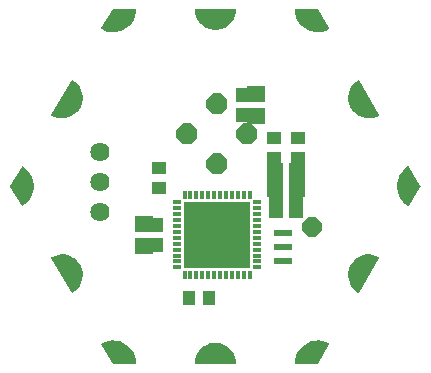
<source format=gbr>
G04 EAGLE Gerber RS-274X export*
G75*
%MOMM*%
%FSLAX34Y34*%
%LPD*%
%INSoldermask Bottom*%
%IPPOS*%
%AMOC8*
5,1,8,0,0,1.08239X$1,22.5*%
G01*
%ADD10C,1.101600*%
%ADD11P,1.924489X8X292.500000*%
%ADD12R,1.601600X1.401600*%
%ADD13R,1.101600X1.201600*%
%ADD14R,1.201600X1.101600*%
%ADD15R,1.501597X0.501600*%
%ADD16R,0.651600X0.398781*%
%ADD17R,0.398781X0.651600*%
%ADD18R,5.701600X5.701600*%
%ADD19P,1.759533X8X22.500000*%
%ADD20R,1.401600X1.601600*%
%ADD21C,1.625600*%

G36*
X16929Y-223D02*
X16929Y-223D01*
X16958Y-226D01*
X17025Y-204D01*
X17095Y-190D01*
X17119Y-173D01*
X17147Y-164D01*
X17200Y-117D01*
X17259Y-77D01*
X17275Y-53D01*
X17297Y-33D01*
X17328Y31D01*
X17366Y90D01*
X17371Y119D01*
X17383Y145D01*
X17392Y245D01*
X17399Y287D01*
X17396Y297D01*
X17398Y311D01*
X17166Y3109D01*
X17156Y3143D01*
X17152Y3191D01*
X16463Y5912D01*
X16448Y5944D01*
X16436Y5990D01*
X15308Y8562D01*
X15288Y8590D01*
X15269Y8634D01*
X13733Y10985D01*
X13709Y11009D01*
X13683Y11050D01*
X11781Y13115D01*
X11753Y13136D01*
X11720Y13171D01*
X9505Y14896D01*
X9474Y14911D01*
X9436Y14941D01*
X6966Y16277D01*
X6933Y16287D01*
X6891Y16310D01*
X5705Y16718D01*
X4251Y17217D01*
X4235Y17222D01*
X4201Y17227D01*
X4155Y17242D01*
X1386Y17704D01*
X1351Y17703D01*
X1304Y17711D01*
X-1504Y17711D01*
X-1538Y17704D01*
X-1586Y17704D01*
X-4355Y17242D01*
X-4388Y17230D01*
X-4435Y17222D01*
X-7091Y16310D01*
X-7121Y16293D01*
X-7166Y16277D01*
X-9636Y14941D01*
X-9662Y14919D01*
X-9705Y14896D01*
X-11920Y13171D01*
X-11943Y13145D01*
X-11981Y13115D01*
X-13883Y11050D01*
X-13901Y11020D01*
X-13933Y10985D01*
X-15469Y8634D01*
X-15482Y8602D01*
X-15508Y8562D01*
X-16636Y5990D01*
X-16643Y5957D01*
X-16646Y5950D01*
X-16652Y5941D01*
X-16653Y5935D01*
X-16663Y5912D01*
X-17352Y3191D01*
X-17354Y3156D01*
X-17366Y3109D01*
X-17598Y311D01*
X-17594Y282D01*
X-17599Y253D01*
X-17583Y184D01*
X-17574Y114D01*
X-17560Y88D01*
X-17553Y60D01*
X-17511Y3D01*
X-17476Y-59D01*
X-17452Y-77D01*
X-17435Y-100D01*
X-17374Y-136D01*
X-17317Y-179D01*
X-17289Y-187D01*
X-17264Y-202D01*
X-17166Y-218D01*
X-17125Y-229D01*
X-17114Y-227D01*
X-17100Y-229D01*
X16900Y-229D01*
X16929Y-223D01*
G37*
G36*
X1338Y282836D02*
X1338Y282836D01*
X1386Y282836D01*
X4155Y283298D01*
X4188Y283310D01*
X4235Y283318D01*
X6891Y284230D01*
X6921Y284247D01*
X6966Y284263D01*
X9436Y285599D01*
X9462Y285621D01*
X9505Y285644D01*
X11720Y287369D01*
X11743Y287395D01*
X11781Y287425D01*
X13683Y289490D01*
X13701Y289520D01*
X13733Y289555D01*
X15269Y291906D01*
X15282Y291938D01*
X15308Y291978D01*
X16436Y294550D01*
X16443Y294583D01*
X16463Y294628D01*
X17152Y297349D01*
X17154Y297384D01*
X17166Y297431D01*
X17398Y300229D01*
X17394Y300258D01*
X17399Y300287D01*
X17383Y300356D01*
X17374Y300426D01*
X17360Y300452D01*
X17353Y300480D01*
X17311Y300537D01*
X17276Y300599D01*
X17252Y300617D01*
X17235Y300640D01*
X17174Y300676D01*
X17117Y300719D01*
X17089Y300727D01*
X17064Y300742D01*
X16966Y300758D01*
X16925Y300769D01*
X16914Y300767D01*
X16900Y300769D01*
X-17100Y300769D01*
X-17129Y300763D01*
X-17158Y300766D01*
X-17225Y300744D01*
X-17295Y300730D01*
X-17319Y300713D01*
X-17347Y300704D01*
X-17400Y300657D01*
X-17459Y300617D01*
X-17475Y300593D01*
X-17497Y300573D01*
X-17528Y300509D01*
X-17566Y300450D01*
X-17571Y300421D01*
X-17583Y300395D01*
X-17592Y300295D01*
X-17599Y300253D01*
X-17596Y300243D01*
X-17598Y300229D01*
X-17366Y297431D01*
X-17356Y297397D01*
X-17352Y297349D01*
X-16663Y294628D01*
X-16648Y294596D01*
X-16636Y294550D01*
X-15508Y291978D01*
X-15488Y291950D01*
X-15469Y291906D01*
X-13933Y289555D01*
X-13909Y289531D01*
X-13883Y289490D01*
X-11981Y287425D01*
X-11953Y287404D01*
X-11920Y287369D01*
X-9705Y285644D01*
X-9674Y285629D01*
X-9636Y285599D01*
X-7166Y284263D01*
X-7133Y284253D01*
X-7091Y284230D01*
X-4435Y283318D01*
X-4401Y283314D01*
X-4355Y283298D01*
X-1586Y282836D01*
X-1551Y282837D01*
X-1504Y282829D01*
X1304Y282829D01*
X1338Y282836D01*
G37*
G36*
X-121493Y60080D02*
X-121493Y60080D01*
X-121422Y60077D01*
X-121395Y60087D01*
X-121366Y60089D01*
X-121276Y60131D01*
X-121236Y60146D01*
X-121228Y60154D01*
X-121215Y60160D01*
X-118912Y61759D01*
X-118888Y61785D01*
X-118848Y61812D01*
X-116839Y63769D01*
X-116820Y63798D01*
X-116785Y63831D01*
X-115126Y66092D01*
X-115111Y66123D01*
X-115082Y66162D01*
X-113818Y68665D01*
X-113809Y68699D01*
X-113787Y68742D01*
X-112951Y71419D01*
X-112948Y71453D01*
X-112933Y71499D01*
X-112550Y74278D01*
X-112552Y74312D01*
X-112546Y74360D01*
X-112625Y77163D01*
X-112633Y77197D01*
X-112634Y77245D01*
X-113173Y79997D01*
X-113187Y80029D01*
X-113196Y80077D01*
X-114181Y82702D01*
X-114196Y82727D01*
X-114201Y82747D01*
X-114209Y82758D01*
X-114216Y82777D01*
X-115620Y85205D01*
X-115643Y85231D01*
X-115667Y85273D01*
X-117451Y87436D01*
X-117478Y87458D01*
X-117509Y87495D01*
X-119625Y89336D01*
X-119655Y89353D01*
X-119691Y89385D01*
X-122082Y90852D01*
X-122114Y90863D01*
X-122155Y90889D01*
X-124754Y91942D01*
X-124788Y91949D01*
X-124833Y91967D01*
X-127570Y92578D01*
X-127605Y92579D01*
X-127652Y92590D01*
X-130452Y92742D01*
X-130486Y92737D01*
X-130534Y92740D01*
X-133322Y92430D01*
X-133355Y92419D01*
X-133403Y92414D01*
X-136101Y91649D01*
X-136131Y91633D01*
X-136178Y91620D01*
X-138713Y90421D01*
X-138737Y90404D01*
X-138764Y90394D01*
X-138816Y90345D01*
X-138873Y90302D01*
X-138887Y90277D01*
X-138909Y90257D01*
X-138937Y90192D01*
X-138973Y90131D01*
X-138976Y90102D01*
X-138988Y90075D01*
X-138989Y90004D01*
X-138998Y89933D01*
X-138990Y89905D01*
X-138990Y89876D01*
X-138956Y89783D01*
X-138944Y89742D01*
X-138937Y89733D01*
X-138932Y89720D01*
X-121932Y60320D01*
X-121913Y60298D01*
X-121900Y60272D01*
X-121847Y60224D01*
X-121800Y60171D01*
X-121774Y60159D01*
X-121752Y60139D01*
X-121685Y60116D01*
X-121621Y60086D01*
X-121592Y60084D01*
X-121564Y60075D01*
X-121493Y60080D01*
G37*
G36*
X130286Y207803D02*
X130286Y207803D01*
X130334Y207800D01*
X133122Y208110D01*
X133155Y208121D01*
X133203Y208126D01*
X135901Y208891D01*
X135931Y208907D01*
X135978Y208920D01*
X138513Y210119D01*
X138537Y210136D01*
X138564Y210146D01*
X138616Y210195D01*
X138673Y210238D01*
X138687Y210263D01*
X138709Y210283D01*
X138737Y210348D01*
X138773Y210410D01*
X138776Y210438D01*
X138788Y210465D01*
X138789Y210536D01*
X138798Y210607D01*
X138790Y210635D01*
X138790Y210664D01*
X138756Y210757D01*
X138744Y210798D01*
X138737Y210807D01*
X138732Y210820D01*
X121732Y240220D01*
X121713Y240242D01*
X121700Y240268D01*
X121647Y240316D01*
X121600Y240369D01*
X121574Y240381D01*
X121552Y240401D01*
X121485Y240424D01*
X121421Y240454D01*
X121392Y240456D01*
X121364Y240465D01*
X121293Y240460D01*
X121222Y240463D01*
X121195Y240453D01*
X121166Y240451D01*
X121076Y240409D01*
X121036Y240394D01*
X121028Y240386D01*
X121015Y240380D01*
X118712Y238781D01*
X118688Y238756D01*
X118648Y238728D01*
X116639Y236771D01*
X116620Y236742D01*
X116585Y236709D01*
X114926Y234448D01*
X114911Y234417D01*
X114882Y234378D01*
X113618Y231875D01*
X113609Y231841D01*
X113587Y231798D01*
X112751Y229121D01*
X112748Y229087D01*
X112733Y229041D01*
X112350Y226262D01*
X112352Y226228D01*
X112346Y226180D01*
X112425Y223377D01*
X112433Y223343D01*
X112434Y223295D01*
X112973Y220543D01*
X112987Y220511D01*
X112996Y220463D01*
X113981Y217838D01*
X113999Y217808D01*
X114016Y217763D01*
X115420Y215335D01*
X115443Y215309D01*
X115467Y215268D01*
X117251Y213104D01*
X117278Y213082D01*
X117309Y213045D01*
X119425Y211204D01*
X119455Y211187D01*
X119491Y211156D01*
X121882Y209688D01*
X121914Y209677D01*
X121955Y209651D01*
X124554Y208598D01*
X124588Y208591D01*
X124633Y208573D01*
X127370Y207962D01*
X127405Y207961D01*
X127452Y207950D01*
X130252Y207798D01*
X130286Y207803D01*
G37*
G36*
X121326Y60081D02*
X121326Y60081D01*
X121397Y60080D01*
X121424Y60091D01*
X121453Y60095D01*
X121515Y60129D01*
X121580Y60157D01*
X121601Y60178D01*
X121626Y60192D01*
X121689Y60268D01*
X121719Y60299D01*
X121723Y60309D01*
X121732Y60320D01*
X138732Y89720D01*
X138741Y89748D01*
X138758Y89772D01*
X138773Y89841D01*
X138795Y89909D01*
X138793Y89938D01*
X138799Y89966D01*
X138786Y90036D01*
X138780Y90107D01*
X138767Y90133D01*
X138761Y90161D01*
X138721Y90220D01*
X138689Y90283D01*
X138666Y90302D01*
X138650Y90326D01*
X138568Y90383D01*
X138535Y90410D01*
X138525Y90413D01*
X138513Y90421D01*
X135978Y91620D01*
X135944Y91628D01*
X135901Y91649D01*
X133203Y92414D01*
X133168Y92416D01*
X133122Y92430D01*
X130334Y92740D01*
X130300Y92737D01*
X130252Y92742D01*
X127452Y92590D01*
X127418Y92581D01*
X127370Y92578D01*
X124633Y91967D01*
X124601Y91953D01*
X124554Y91942D01*
X121955Y90889D01*
X121926Y90870D01*
X121882Y90852D01*
X119491Y89385D01*
X119466Y89361D01*
X119425Y89336D01*
X117309Y87495D01*
X117288Y87468D01*
X117251Y87436D01*
X115467Y85273D01*
X115451Y85242D01*
X115420Y85205D01*
X114016Y82777D01*
X114005Y82744D01*
X113998Y82731D01*
X113988Y82717D01*
X113988Y82714D01*
X113981Y82702D01*
X112996Y80077D01*
X112990Y80042D01*
X112973Y79997D01*
X112434Y77245D01*
X112434Y77211D01*
X112425Y77163D01*
X112346Y74360D01*
X112352Y74326D01*
X112350Y74278D01*
X112733Y71499D01*
X112745Y71467D01*
X112751Y71419D01*
X113587Y68742D01*
X113604Y68711D01*
X113618Y68665D01*
X114882Y66162D01*
X114904Y66135D01*
X114926Y66092D01*
X116585Y63831D01*
X116611Y63808D01*
X116639Y63769D01*
X118648Y61812D01*
X118677Y61793D01*
X118712Y61759D01*
X121015Y60160D01*
X121042Y60148D01*
X121065Y60130D01*
X121133Y60109D01*
X121198Y60081D01*
X121227Y60081D01*
X121255Y60073D01*
X121326Y60081D01*
G37*
G36*
X-127652Y207950D02*
X-127652Y207950D01*
X-127618Y207959D01*
X-127570Y207962D01*
X-124833Y208573D01*
X-124801Y208587D01*
X-124754Y208598D01*
X-122155Y209651D01*
X-122126Y209670D01*
X-122082Y209688D01*
X-119691Y211156D01*
X-119666Y211179D01*
X-119625Y211204D01*
X-117509Y213045D01*
X-117488Y213072D01*
X-117451Y213104D01*
X-115667Y215268D01*
X-115651Y215298D01*
X-115620Y215335D01*
X-114216Y217763D01*
X-114205Y217796D01*
X-114181Y217838D01*
X-113196Y220463D01*
X-113190Y220498D01*
X-113173Y220543D01*
X-112634Y223295D01*
X-112634Y223330D01*
X-112625Y223377D01*
X-112546Y226180D01*
X-112552Y226214D01*
X-112550Y226262D01*
X-112933Y229041D01*
X-112945Y229073D01*
X-112951Y229121D01*
X-113787Y231798D01*
X-113804Y231829D01*
X-113818Y231875D01*
X-115082Y234378D01*
X-115104Y234405D01*
X-115126Y234448D01*
X-116785Y236709D01*
X-116811Y236732D01*
X-116839Y236771D01*
X-118848Y238728D01*
X-118877Y238747D01*
X-118912Y238781D01*
X-121215Y240380D01*
X-121242Y240392D01*
X-121265Y240410D01*
X-121333Y240431D01*
X-121398Y240459D01*
X-121427Y240459D01*
X-121455Y240467D01*
X-121526Y240459D01*
X-121597Y240460D01*
X-121624Y240449D01*
X-121653Y240445D01*
X-121715Y240411D01*
X-121780Y240383D01*
X-121801Y240362D01*
X-121826Y240348D01*
X-121889Y240272D01*
X-121919Y240241D01*
X-121923Y240231D01*
X-121932Y240220D01*
X-138932Y210820D01*
X-138941Y210792D01*
X-138958Y210768D01*
X-138973Y210699D01*
X-138995Y210631D01*
X-138993Y210602D01*
X-138999Y210574D01*
X-138986Y210504D01*
X-138980Y210433D01*
X-138967Y210407D01*
X-138961Y210379D01*
X-138921Y210320D01*
X-138889Y210257D01*
X-138866Y210238D01*
X-138850Y210214D01*
X-138768Y210157D01*
X-138735Y210130D01*
X-138725Y210127D01*
X-138713Y210119D01*
X-136178Y208920D01*
X-136144Y208912D01*
X-136101Y208891D01*
X-133403Y208126D01*
X-133368Y208124D01*
X-133322Y208110D01*
X-130534Y207800D01*
X-130500Y207803D01*
X-130452Y207798D01*
X-127652Y207950D01*
G37*
G36*
X163627Y133281D02*
X163627Y133281D01*
X163698Y133281D01*
X163725Y133292D01*
X163754Y133295D01*
X163816Y133330D01*
X163881Y133358D01*
X163902Y133378D01*
X163927Y133393D01*
X163990Y133470D01*
X164020Y133500D01*
X164024Y133510D01*
X164033Y133521D01*
X173533Y150021D01*
X173543Y150053D01*
X173552Y150066D01*
X173556Y150090D01*
X173557Y150094D01*
X173588Y150164D01*
X173588Y150188D01*
X173596Y150210D01*
X173590Y150286D01*
X173591Y150363D01*
X173581Y150387D01*
X173580Y150408D01*
X173559Y150447D01*
X173533Y150519D01*
X164033Y167019D01*
X164014Y167041D01*
X164001Y167067D01*
X163948Y167115D01*
X163901Y167168D01*
X163875Y167181D01*
X163854Y167200D01*
X163786Y167223D01*
X163722Y167254D01*
X163693Y167256D01*
X163666Y167265D01*
X163594Y167260D01*
X163523Y167263D01*
X163496Y167253D01*
X163467Y167251D01*
X163377Y167209D01*
X163337Y167194D01*
X163329Y167187D01*
X163316Y167181D01*
X160793Y165439D01*
X160769Y165415D01*
X160731Y165388D01*
X158519Y163264D01*
X158500Y163236D01*
X158466Y163204D01*
X156624Y160753D01*
X156610Y160722D01*
X156581Y160685D01*
X155156Y157970D01*
X155147Y157939D01*
X155131Y157914D01*
X155130Y157906D01*
X155125Y157896D01*
X154154Y154988D01*
X154150Y154954D01*
X154135Y154910D01*
X153643Y151883D01*
X153644Y151849D01*
X153636Y151803D01*
X153636Y148737D01*
X153637Y148733D01*
X153637Y148731D01*
X153643Y148704D01*
X153643Y148657D01*
X154135Y145630D01*
X154147Y145599D01*
X154154Y145552D01*
X155125Y142644D01*
X155142Y142615D01*
X155156Y142570D01*
X156581Y139855D01*
X156603Y139829D01*
X156624Y139787D01*
X158466Y137336D01*
X158491Y137313D01*
X158519Y137276D01*
X160731Y135152D01*
X160759Y135134D01*
X160793Y135101D01*
X163316Y133359D01*
X163343Y133348D01*
X163365Y133329D01*
X163434Y133309D01*
X163499Y133281D01*
X163528Y133281D01*
X163556Y133273D01*
X163627Y133281D01*
G37*
G36*
X-163794Y133280D02*
X-163794Y133280D01*
X-163723Y133277D01*
X-163696Y133287D01*
X-163667Y133289D01*
X-163577Y133331D01*
X-163537Y133346D01*
X-163529Y133353D01*
X-163516Y133359D01*
X-160993Y135101D01*
X-160969Y135125D01*
X-160931Y135152D01*
X-158719Y137276D01*
X-158700Y137304D01*
X-158666Y137336D01*
X-156824Y139787D01*
X-156810Y139818D01*
X-156781Y139855D01*
X-155356Y142570D01*
X-155347Y142603D01*
X-155325Y142644D01*
X-154354Y145552D01*
X-154350Y145586D01*
X-154335Y145630D01*
X-153843Y148657D01*
X-153844Y148691D01*
X-153836Y148737D01*
X-153836Y151803D01*
X-153843Y151836D01*
X-153843Y151883D01*
X-154335Y154910D01*
X-154347Y154941D01*
X-154354Y154988D01*
X-155325Y157896D01*
X-155338Y157919D01*
X-155344Y157944D01*
X-155351Y157953D01*
X-155356Y157970D01*
X-156781Y160685D01*
X-156803Y160711D01*
X-156824Y160753D01*
X-158666Y163204D01*
X-158691Y163227D01*
X-158719Y163264D01*
X-160931Y165388D01*
X-160959Y165406D01*
X-160993Y165439D01*
X-163516Y167181D01*
X-163543Y167192D01*
X-163565Y167211D01*
X-163634Y167231D01*
X-163699Y167259D01*
X-163728Y167259D01*
X-163756Y167267D01*
X-163827Y167259D01*
X-163898Y167260D01*
X-163925Y167248D01*
X-163954Y167245D01*
X-164016Y167210D01*
X-164081Y167182D01*
X-164102Y167162D01*
X-164127Y167147D01*
X-164190Y167070D01*
X-164220Y167040D01*
X-164224Y167030D01*
X-164233Y167019D01*
X-173733Y150519D01*
X-173757Y150446D01*
X-173788Y150376D01*
X-173788Y150352D01*
X-173796Y150330D01*
X-173790Y150254D01*
X-173791Y150177D01*
X-173781Y150153D01*
X-173780Y150132D01*
X-173759Y150093D01*
X-173740Y150041D01*
X-173739Y150035D01*
X-173737Y150033D01*
X-173733Y150021D01*
X-164233Y133521D01*
X-164214Y133499D01*
X-164201Y133473D01*
X-164148Y133425D01*
X-164101Y133372D01*
X-164075Y133359D01*
X-164054Y133340D01*
X-163986Y133317D01*
X-163922Y133286D01*
X-163893Y133285D01*
X-163866Y133275D01*
X-163794Y133280D01*
G37*
G36*
X86576Y-214D02*
X86576Y-214D01*
X86654Y-205D01*
X86673Y-194D01*
X86695Y-190D01*
X86759Y-146D01*
X86827Y-107D01*
X86843Y-88D01*
X86859Y-77D01*
X86883Y-39D01*
X86933Y21D01*
X96433Y16521D01*
X96442Y16548D01*
X96458Y16572D01*
X96473Y16642D01*
X96496Y16710D01*
X96493Y16738D01*
X96499Y16766D01*
X96486Y16837D01*
X96480Y16908D01*
X96467Y16933D01*
X96461Y16961D01*
X96421Y17021D01*
X96388Y17084D01*
X96366Y17102D01*
X96350Y17126D01*
X96267Y17184D01*
X96235Y17211D01*
X96224Y17214D01*
X96214Y17221D01*
X93448Y18530D01*
X93415Y18538D01*
X93372Y18558D01*
X90432Y19406D01*
X90398Y19409D01*
X90354Y19422D01*
X87316Y19787D01*
X87282Y19784D01*
X87235Y19790D01*
X84178Y19663D01*
X84145Y19655D01*
X84098Y19654D01*
X81101Y19038D01*
X81070Y19025D01*
X81024Y19016D01*
X78164Y17927D01*
X78136Y17909D01*
X78092Y17893D01*
X75444Y16359D01*
X75418Y16337D01*
X75378Y16314D01*
X73010Y14376D01*
X72988Y14349D01*
X72952Y14320D01*
X70925Y12027D01*
X70909Y11998D01*
X70877Y11963D01*
X69245Y9375D01*
X69233Y9343D01*
X69208Y9304D01*
X68012Y6487D01*
X68005Y6454D01*
X68002Y6447D01*
X67998Y6441D01*
X67997Y6435D01*
X67986Y6411D01*
X67258Y3439D01*
X67256Y3405D01*
X67245Y3360D01*
X67002Y310D01*
X67006Y281D01*
X67001Y253D01*
X67018Y184D01*
X67026Y112D01*
X67041Y88D01*
X67047Y60D01*
X67090Y2D01*
X67126Y-60D01*
X67148Y-77D01*
X67165Y-100D01*
X67227Y-137D01*
X67284Y-180D01*
X67312Y-187D01*
X67336Y-202D01*
X67436Y-218D01*
X67477Y-229D01*
X67487Y-227D01*
X67500Y-229D01*
X86500Y-229D01*
X86576Y-214D01*
G37*
G36*
X87269Y280755D02*
X87269Y280755D01*
X87316Y280753D01*
X90354Y281118D01*
X90386Y281129D01*
X90432Y281134D01*
X93372Y281982D01*
X93402Y281998D01*
X93448Y282010D01*
X96214Y283319D01*
X96236Y283336D01*
X96263Y283346D01*
X96315Y283395D01*
X96373Y283438D01*
X96387Y283463D01*
X96408Y283482D01*
X96437Y283548D01*
X96473Y283610D01*
X96476Y283638D01*
X96488Y283664D01*
X96489Y283736D01*
X96498Y283807D01*
X96490Y283834D01*
X96491Y283863D01*
X96455Y283958D01*
X96444Y283998D01*
X96437Y284007D01*
X96433Y284019D01*
X86933Y300519D01*
X86881Y300578D01*
X86835Y300640D01*
X86816Y300651D01*
X86801Y300668D01*
X86731Y300702D01*
X86664Y300742D01*
X86640Y300746D01*
X86622Y300754D01*
X86577Y300756D01*
X86500Y300769D01*
X67500Y300769D01*
X67472Y300764D01*
X67444Y300766D01*
X67376Y300744D01*
X67305Y300730D01*
X67282Y300714D01*
X67255Y300705D01*
X67200Y300658D01*
X67141Y300617D01*
X67126Y300593D01*
X67105Y300575D01*
X67073Y300510D01*
X67034Y300450D01*
X67029Y300422D01*
X67017Y300396D01*
X67008Y300295D01*
X67001Y300253D01*
X67003Y300243D01*
X67002Y300230D01*
X67245Y297180D01*
X67254Y297148D01*
X67258Y297101D01*
X67986Y294129D01*
X68001Y294098D01*
X68012Y294053D01*
X69208Y291236D01*
X69227Y291208D01*
X69245Y291165D01*
X70877Y288577D01*
X70901Y288553D01*
X70925Y288513D01*
X72952Y286220D01*
X72979Y286200D01*
X73010Y286164D01*
X75378Y284226D01*
X75408Y284210D01*
X75444Y284181D01*
X78092Y282648D01*
X78124Y282637D01*
X78164Y282613D01*
X81024Y281525D01*
X81057Y281519D01*
X81101Y281502D01*
X84098Y280886D01*
X84132Y280886D01*
X84178Y280877D01*
X87235Y280750D01*
X87269Y280755D01*
G37*
G36*
X-67672Y-224D02*
X-67672Y-224D01*
X-67644Y-226D01*
X-67576Y-204D01*
X-67505Y-190D01*
X-67482Y-174D01*
X-67455Y-165D01*
X-67400Y-118D01*
X-67341Y-77D01*
X-67326Y-53D01*
X-67305Y-35D01*
X-67273Y30D01*
X-67234Y90D01*
X-67229Y118D01*
X-67217Y144D01*
X-67208Y245D01*
X-67201Y287D01*
X-67203Y297D01*
X-67202Y310D01*
X-67445Y3360D01*
X-67454Y3392D01*
X-67458Y3439D01*
X-68186Y6411D01*
X-68201Y6442D01*
X-68212Y6487D01*
X-69408Y9304D01*
X-69427Y9332D01*
X-69445Y9375D01*
X-71077Y11963D01*
X-71101Y11987D01*
X-71125Y12027D01*
X-73152Y14320D01*
X-73179Y14340D01*
X-73210Y14376D01*
X-75578Y16314D01*
X-75608Y16330D01*
X-75644Y16359D01*
X-78292Y17893D01*
X-78324Y17903D01*
X-78364Y17927D01*
X-81224Y19016D01*
X-81257Y19021D01*
X-81301Y19038D01*
X-84298Y19654D01*
X-84332Y19654D01*
X-84378Y19663D01*
X-87435Y19790D01*
X-87469Y19785D01*
X-87516Y19787D01*
X-90554Y19422D01*
X-90586Y19411D01*
X-90632Y19406D01*
X-93572Y18558D01*
X-93602Y18542D01*
X-93648Y18530D01*
X-96414Y17221D01*
X-96436Y17204D01*
X-96463Y17194D01*
X-96515Y17145D01*
X-96573Y17102D01*
X-96587Y17077D01*
X-96608Y17058D01*
X-96637Y16992D01*
X-96673Y16930D01*
X-96676Y16902D01*
X-96688Y16876D01*
X-96689Y16804D01*
X-96698Y16733D01*
X-96690Y16706D01*
X-96691Y16677D01*
X-96655Y16582D01*
X-96644Y16542D01*
X-96637Y16533D01*
X-96633Y16521D01*
X-87133Y21D01*
X-87081Y-38D01*
X-87035Y-100D01*
X-87016Y-111D01*
X-87001Y-128D01*
X-86931Y-162D01*
X-86864Y-202D01*
X-86840Y-206D01*
X-86822Y-214D01*
X-86777Y-216D01*
X-86700Y-229D01*
X-67700Y-229D01*
X-67672Y-224D01*
G37*
G36*
X-84378Y280877D02*
X-84378Y280877D01*
X-84345Y280885D01*
X-84298Y280886D01*
X-81301Y281502D01*
X-81270Y281515D01*
X-81224Y281525D01*
X-78364Y282613D01*
X-78336Y282631D01*
X-78292Y282648D01*
X-75644Y284181D01*
X-75618Y284203D01*
X-75578Y284226D01*
X-73210Y286164D01*
X-73188Y286191D01*
X-73152Y286220D01*
X-71125Y288513D01*
X-71109Y288542D01*
X-71077Y288577D01*
X-69445Y291165D01*
X-69433Y291197D01*
X-69408Y291236D01*
X-68212Y294053D01*
X-68205Y294086D01*
X-68186Y294129D01*
X-67458Y297101D01*
X-67456Y297135D01*
X-67445Y297180D01*
X-67202Y300230D01*
X-67206Y300259D01*
X-67201Y300287D01*
X-67218Y300356D01*
X-67226Y300428D01*
X-67241Y300452D01*
X-67247Y300480D01*
X-67290Y300538D01*
X-67326Y300600D01*
X-67348Y300617D01*
X-67365Y300640D01*
X-67427Y300677D01*
X-67484Y300720D01*
X-67512Y300727D01*
X-67536Y300742D01*
X-67636Y300758D01*
X-67677Y300769D01*
X-67687Y300767D01*
X-67700Y300769D01*
X-86700Y300769D01*
X-86776Y300754D01*
X-86854Y300745D01*
X-86873Y300734D01*
X-86895Y300730D01*
X-86959Y300686D01*
X-87027Y300647D01*
X-87043Y300628D01*
X-87059Y300617D01*
X-87083Y300579D01*
X-87133Y300519D01*
X-96633Y284019D01*
X-96642Y283992D01*
X-96658Y283968D01*
X-96673Y283898D01*
X-96696Y283830D01*
X-96693Y283802D01*
X-96699Y283774D01*
X-96686Y283704D01*
X-96680Y283632D01*
X-96667Y283607D01*
X-96661Y283579D01*
X-96621Y283519D01*
X-96588Y283456D01*
X-96566Y283438D01*
X-96550Y283414D01*
X-96467Y283356D01*
X-96435Y283329D01*
X-96424Y283326D01*
X-96414Y283319D01*
X-93648Y282010D01*
X-93615Y282002D01*
X-93572Y281982D01*
X-90632Y281134D01*
X-90598Y281131D01*
X-90554Y281118D01*
X-87516Y280753D01*
X-87482Y280756D01*
X-87435Y280750D01*
X-84378Y280877D01*
G37*
D10*
X82500Y293370D03*
X165100Y150270D03*
X82500Y7170D03*
X-82700Y7170D03*
X-165300Y150270D03*
X-82700Y293370D03*
X123800Y221770D03*
X123800Y78770D03*
X-100Y7170D03*
X-124000Y78770D03*
X-124000Y221770D03*
X-100Y293370D03*
D11*
X-24130Y194310D03*
X1270Y168910D03*
X26670Y194310D03*
X1270Y219710D03*
D12*
X33840Y209600D03*
X33840Y228600D03*
D13*
X22410Y210330D03*
X22410Y227330D03*
D14*
X49530Y174380D03*
X49530Y191380D03*
X69850Y191380D03*
X69850Y174380D03*
D15*
X57150Y87060D03*
X57150Y99060D03*
X57150Y111060D03*
D16*
X35070Y136727D03*
X35070Y131726D03*
X35070Y126724D03*
X35070Y121723D03*
X35070Y116722D03*
X35070Y111721D03*
X35070Y106719D03*
X35070Y101718D03*
X35070Y96717D03*
X35070Y91716D03*
X35070Y86714D03*
X35070Y81713D03*
D17*
X28777Y75420D03*
X23776Y75420D03*
X18774Y75420D03*
X13773Y75420D03*
X8772Y75420D03*
X3771Y75420D03*
X-1231Y75420D03*
X-6232Y75420D03*
X-11233Y75420D03*
X-16234Y75420D03*
X-21236Y75420D03*
X-26237Y75420D03*
D16*
X-32530Y81713D03*
X-32530Y86714D03*
X-32530Y91716D03*
X-32530Y96717D03*
X-32530Y101718D03*
X-32530Y106719D03*
X-32530Y111721D03*
X-32530Y116722D03*
X-32530Y121723D03*
X-32530Y126724D03*
X-32530Y131726D03*
X-32530Y136727D03*
D17*
X-26237Y143020D03*
X-21236Y143020D03*
X-16234Y143020D03*
X-11233Y143020D03*
X-6232Y143020D03*
X-1231Y143020D03*
X3771Y143020D03*
X8772Y143020D03*
X13773Y143020D03*
X18774Y143020D03*
X23776Y143020D03*
X28777Y143020D03*
D18*
X1270Y109220D03*
D19*
X81280Y115570D03*
D14*
X-48260Y165980D03*
X-48260Y148980D03*
D13*
X-5470Y55880D03*
X-22470Y55880D03*
D14*
X51190Y128270D03*
X68190Y128270D03*
X51190Y137160D03*
X68190Y137160D03*
D13*
X-49530Y117720D03*
X-49530Y100720D03*
D20*
X50190Y162560D03*
X69190Y162560D03*
X50190Y148590D03*
X69190Y148590D03*
D12*
X-60960Y118720D03*
X-60960Y99720D03*
D21*
X-97790Y179070D03*
X-97790Y153670D03*
X-97790Y128270D03*
M02*

</source>
